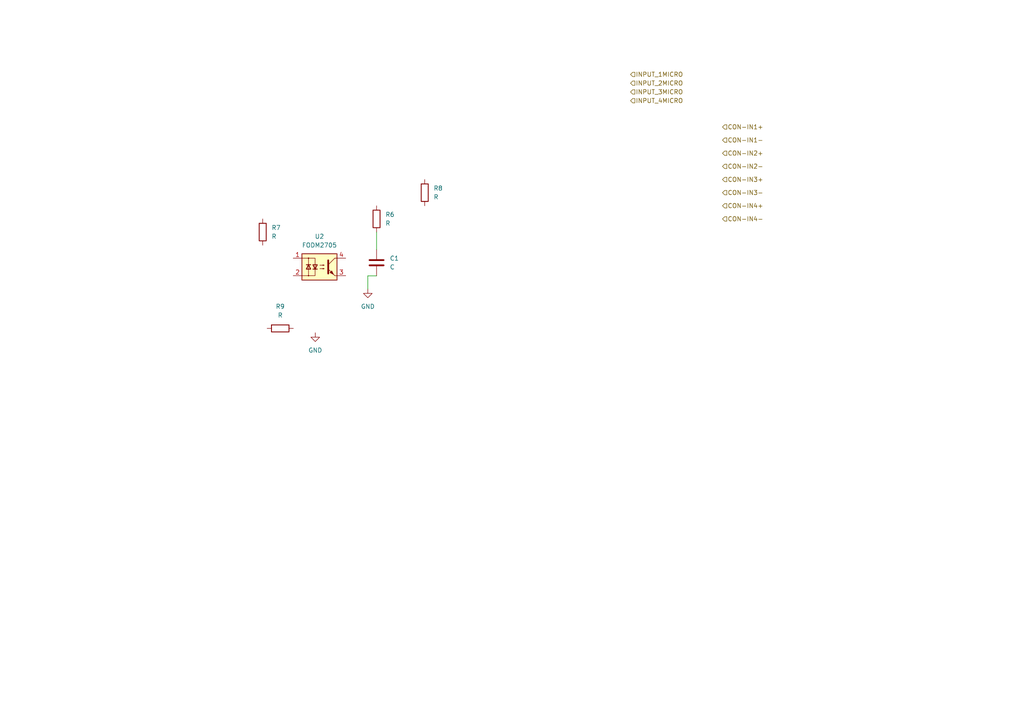
<source format=kicad_sch>
(kicad_sch (version 20230121) (generator eeschema)
  (paper "A4")
  (lib_symbols
    (symbol "Device:C" (pin_numbers hide) (pin_names (offset 0.254))
      (property "Reference" "C" (at 0.635 2.54 0))
      (property "Value" "C" (at 0.635 -2.54 0))
      (symbol "C_0_1"
        (polyline (pts (xy -2.032 -0.762) (xy 2.032 -0.762)) (stroke (width 0.508)))
        (polyline (pts (xy -2.032 0.762) (xy 2.032 0.762)) (stroke (width 0.508)))
      )
      (symbol "C_1_1"
        (pin passive line (at 0 3.81 270) (length 2.794) (name "~") (number "1"))
        (pin passive line (at 0 -3.81 90) (length 2.794) (name "~") (number "2"))
      )
    )
    (symbol "Device:R" (pin_numbers hide) (pin_names (offset 0))
      (property "Reference" "R" (at 2.032 0 90))
      (property "Value" "R" (at 0 0 90))
      (symbol "R_0_1"
        (rectangle (start -1.016 -2.54) (end 1.016 2.54) (stroke (width 0.254)))
      )
      (symbol "R_1_1"
        (pin passive line (at 0 3.81 270) (length 1.27) (name "~") (number "1"))
        (pin passive line (at 0 -3.81 90) (length 1.27) (name "~") (number "2"))
      )
    )
    (symbol "nuevos simvolos:FODM2705"
      (property "Reference" "U" (at 0 0 0))
      (property "Value" "FODM2705" (at 0 -1.8288 0))
      (symbol "FODM2705_0_1"
        (rectangle (start -5.1308 8.9408) (end 5.0292 1.3208) (stroke (width 0.254)) (fill (type background)))
        (circle (center -3.2258 2.5908) (radius 0.127))
        (circle (center -3.2258 7.6708) (radius 0.127))
        (polyline (pts (xy -3.8608 5.7658) (xy -2.5908 5.7658)) (stroke (width 0.254)))
        (polyline (pts (xy -3.2258 4.4958) (xy -3.2258 2.5908)))
        (polyline (pts (xy -3.2258 4.4958) (xy -3.2258 7.6708)))
        (polyline (pts (xy -1.9558 4.4958) (xy -0.6858 4.4958)) (stroke (width 0.254)))
        (polyline (pts (xy 2.4892 5.7658) (xy 4.3942 7.6708)))
        (polyline (pts (xy 4.3942 2.5908) (xy 2.4892 4.4958)) (fill (type outline)))
        (polyline (pts (xy 4.3942 2.5908) (xy 5.0292 2.5908)))
        (polyline (pts (xy 4.3942 7.6708) (xy 5.0292 7.6708)))
        (polyline (pts (xy -5.1308 7.6708) (xy -1.3208 7.6708) (xy -1.3208 4.4958)))
        (polyline (pts (xy -1.3208 4.4958) (xy -1.3208 2.5908) (xy -5.1308 2.5908)))
        (polyline (pts (xy 2.4892 7.0358) (xy 2.4892 3.2258) (xy 2.4892 3.2258)) (stroke (width 0.508)))
        (polyline (pts (xy -3.2258 5.7658) (xy -3.8608 4.4958) (xy -2.5908 4.4958) (xy -3.2258 5.7658)) (stroke (width 0.254)))
        (polyline (pts (xy -1.3208 4.4958) (xy -1.9558 5.7658) (xy -0.6858 5.7658) (xy -1.3208 4.4958)) (stroke (width 0.254)))
        (polyline (pts (xy 0.0762 4.6228) (xy 1.3462 4.6228) (xy 0.9652 4.4958) (xy 0.9652 4.7498) (xy 1.3462 4.6228)))
        (polyline (pts (xy 0.0762 5.6388) (xy 1.3462 5.6388) (xy 0.9652 5.5118) (xy 0.9652 5.7658) (xy 1.3462 5.6388)))
        (polyline (pts (xy 2.9972 3.4798) (xy 3.5052 3.9878) (xy 4.0132 2.9718) (xy 2.9972 3.4798) (xy 2.9972 3.4798)) (fill (type outline)))
      )
      (symbol "FODM2705_1_1"
        (pin passive line (at -7.6708 7.6708 0) (length 2.54) (name "~") (number "1"))
        (pin passive line (at -7.6708 2.5908 0) (length 2.54) (name "~") (number "2"))
        (pin passive line (at 7.5692 2.5908 180) (length 2.54) (name "~") (number "3"))
        (pin passive line (at 7.5692 7.6708 180) (length 2.54) (name "~") (number "4"))
      )
    )
    (symbol "power:GND" (power) (pin_names (offset 0))
      (property "Value" "GND" (at 0 -3.81 0))
      (symbol "GND_0_1"
        (polyline (pts (xy 0 0) (xy 0 -1.27) (xy 1.27 -1.27) (xy 0 -2.54) (xy -1.27 -1.27) (xy 0 -1.27)))
      )
      (symbol "GND_1_1"
        (pin power_in line (at 0 0 270) (length 0) hide (name "GND") (number "1"))
      )
    )
  )
  (wire (pts (xy 109.22 67.31) (xy 109.22 72.39)))
  (wire (pts (xy 109.22 80.01) (xy 106.68 80.01)))
  (wire (pts (xy 106.68 80.01) (xy 106.68 83.82)))
  (hierarchical_label "CON-IN2+" (shape input) (at 209.55 44.45 0))
  (hierarchical_label "INPUT_4MICRO" (shape input) (at 182.88 29.21 0))
  (hierarchical_label "CON-IN1-" (shape input) (at 209.55 40.64 0))
  (hierarchical_label "CON-IN4-" (shape input) (at 209.55 63.5 0))
  (hierarchical_label "CON-IN3+" (shape input) (at 209.55 52.07 0))
  (hierarchical_label "CON-IN2-" (shape input) (at 209.55 48.26 0))
  (hierarchical_label "INPUT_1MICRO" (shape input) (at 182.88 21.59 0))
  (hierarchical_label "CON-IN4+" (shape input) (at 209.55 59.69 0))
  (hierarchical_label "CON-IN1+" (shape input) (at 209.55 36.83 0))
  (hierarchical_label "CON-IN3-" (shape input) (at 209.55 55.88 0))
  (hierarchical_label "INPUT_2MICRO" (shape input) (at 182.88 24.13 0))
  (hierarchical_label "INPUT_3MICRO" (shape input) (at 182.88 26.67 0))
  (symbol (lib_id "nuevos simvolos:FODM2705") (at 92.71 82.55 0) (unit 1)
    (property "Reference" "U2" (at 92.6592 68.58 0))
    (property "Value" "FODM2705" (at 92.6592 71.12 0))
    (property "Footprint" "nuevo simbolo:FODM2705" (effects hide))
    (property "Datasheet" "https://pdf1.alldatasheet.com/datasheet-pdf/view/176509/FAIRCHILD/FODM2705.html" (effects hide))
  )
  (symbol (lib_id "Device:R") (at 76.2 67.31 0) (unit 1)
    (property "Reference" "R7" (at 78.74 66.04 0) (effects (justify left)))
    (property "Value" "R" (at 78.74 68.58 0) (effects (justify left)))
  )
  (symbol (lib_id "power:GND") (at 91.44 96.52 0) (unit 1)
    (property "Reference" "#PWR012" (effects hide))
    (property "Value" "GND" (at 91.44 101.6 0))
  )
  (symbol (lib_id "Device:C") (at 109.22 76.2 0) (unit 1)
    (property "Reference" "C1" (at 113.03 74.93 0) (effects (justify left)))
    (property "Value" "C" (at 113.03 77.47 0) (effects (justify left)))
  )
  (symbol (lib_id "Device:R") (at 123.19 55.88 0) (unit 1)
    (property "Reference" "R8" (at 125.73 54.61 0) (effects (justify left)))
    (property "Value" "R" (at 125.73 57.15 0) (effects (justify left)))
  )
  (symbol (lib_id "Device:R") (at 109.22 63.5 0) (unit 1)
    (property "Reference" "R6" (at 111.76 62.23 0) (effects (justify left)))
    (property "Value" "R" (at 111.76 64.77 0) (effects (justify left)))
  )
  (symbol (lib_id "Device:R") (at 81.28 95.25 270) (unit 1)
    (property "Reference" "R9" (at 81.28 88.9 90))
    (property "Value" "R" (at 81.28 91.44 90))
  )
  (symbol (lib_id "power:GND") (at 106.68 83.82 0) (unit 1)
    (property "Reference" "#PWR013" (effects hide))
    (property "Value" "GND" (at 106.68 88.9 0))
  )
)
</source>
